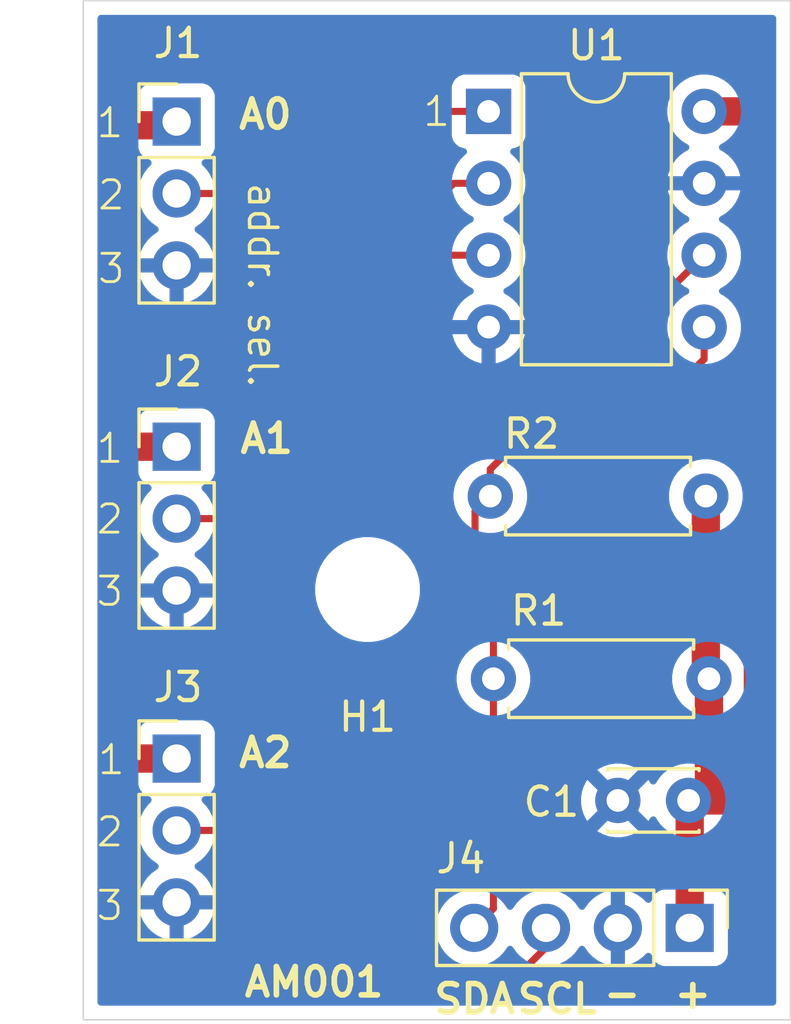
<source format=kicad_pcb>
(kicad_pcb (version 20241229) (generator "pcbnew") (generator_version "9.0")
  (title_block (title "Add-on for I2C EEPROM") (date "2025-03-15") (rev "1.1") (company "AM"))
  (layers (0 "F.Cu" signal) (2 "B.Cu" signal) (13 "F.Paste" user) (15 "B.Paste" user) (5 "F.SilkS" user "F.Silkscreen") (7 "B.SilkS" user "B.Silkscreen") (1 "F.Mask" user) (3 "B.Mask" user) (25 "Edge.Cuts" user))
  (net 0 "")
  (net 1 "Net-(J1-Pin_2)")
  (net 2 "Net-(J3-Pin_2)")
  (net 3 "GND")
  (net 4 "Net-(J1-Pin_1)")
  (net 5 "Net-(J2-Pin_2)")
  (net 6 "Net-(J4-SDA)")
  (net 7 "Net-(J4-SCL)")
  (footprint "Resistor_THT:R_Axial_DIN0207_L6.3mm_D2.5mm_P7.62mm_Horizontal" (layer "F.Cu") (at 144.12 83.95 180)
    (property "Reference" "R1" (at 6.02 2.4 180) (layer "F.SilkS"))
    (property "Value" "2k0")
    (fp_line (start 7.08 1.37) (end 7.08 1.04) (stroke (width 0.12)) (layer "F.SilkS"))
    (fp_line (start 7.08 -1.37) (end 7.08 -1.04) (stroke (width 0.12)) (layer "F.SilkS"))
    (fp_line (start 0.54 1.37) (end 7.08 1.37) (stroke (width 0.12)) (layer "F.SilkS"))
    (fp_line (start 0.54 1.04) (end 0.54 1.37) (stroke (width 0.12)) (layer "F.SilkS"))
    (fp_line (start 0.54 -1.04) (end 0.54 -1.37) (stroke (width 0.12)) (layer "F.SilkS"))
    (fp_line (start 0.54 -1.37) (end 7.08 -1.37) (stroke (width 0.12)) (layer "F.SilkS"))
    (pad "1" thru_hole circle (at 0 0 180) (size 1.6 1.6) (drill 0.8) (layers "*.Cu" "*.Mask") (net 4 "Net-(J1-Pin_1)"))
    (pad "2" thru_hole oval (at 7.62 0 180) (size 1.6 1.6) (drill 0.8) (layers "*.Cu" "*.Mask") (net 6 "Net-(J4-SDA)"))
  )
  (footprint "Connector_PinHeader_2.54mm:PinHeader_1x03_P2.54mm_Vertical" (layer "F.Cu") (at 125.3 64.27)
    (property "Reference" "J1" (at 0.05 -2.77 0) (layer "F.SilkS"))
    (property "Value" "Conn_01x03_Pin")
    (fp_line (start -1.33 -1.33) (end 0 -1.33) (stroke (width 0.12)) (layer "F.SilkS"))
    (fp_line (start -1.33 0) (end -1.33 -1.33) (stroke (width 0.12)) (layer "F.SilkS"))
    (fp_line (start -1.33 1.27) (end -1.33 6.41) (stroke (width 0.12)) (layer "F.SilkS"))
    (fp_line (start -1.33 1.27) (end 1.33 1.27) (stroke (width 0.12)) (layer "F.SilkS"))
    (fp_line (start -1.33 6.41) (end 1.33 6.41) (stroke (width 0.12)) (layer "F.SilkS"))
    (fp_line (start 1.33 1.27) (end 1.33 6.41) (stroke (width 0.12)) (layer "F.SilkS"))
    (pad "1" thru_hole rect (at 0 0) (size 1.7 1.7) (drill 1) (layers "*.Cu" "*.Mask") (net 4 "Net-(J1-Pin_1)"))
    (pad "2" thru_hole oval (at 0 2.54) (size 1.7 1.7) (drill 1) (layers "*.Cu" "*.Mask") (net 1 "Net-(J1-Pin_2)"))
    (pad "3" thru_hole oval (at 0 5.08) (size 1.7 1.7) (drill 1) (layers "*.Cu" "*.Mask") (net 3 "GND"))
  )
  (footprint "Connector_PinHeader_2.54mm:PinHeader_1x04_P2.54mm_Vertical" (layer "F.Cu") (at 143.44 92.75 -90)
    (property "Reference" "J4" (at -2.45 8.09 0) (layer "F.SilkS"))
    (property "Value" "1x4 strip 2.54mm")
    (fp_line (start -1.33 8.95) (end 1.33 8.95) (stroke (width 0.12)) (layer "F.SilkS"))
    (fp_line (start -1.33 1.27) (end -1.33 8.95) (stroke (width 0.12)) (layer "F.SilkS"))
    (fp_line (start -1.33 1.27) (end 1.33 1.27) (stroke (width 0.12)) (layer "F.SilkS"))
    (fp_line (start 1.33 1.27) (end 1.33 8.95) (stroke (width 0.12)) (layer "F.SilkS"))
    (fp_line (start -1.33 0) (end -1.33 -1.33) (stroke (width 0.12)) (layer "F.SilkS"))
    (fp_line (start -1.33 -1.33) (end 0 -1.33) (stroke (width 0.12)) (layer "F.SilkS"))
    (pad "1" thru_hole rect (at 0 0 270) (size 1.7 1.7) (drill 1) (layers "*.Cu" "*.Mask") (net 4 "Net-(J1-Pin_1)"))
    (pad "2" thru_hole oval (at 0 2.54 270) (size 1.7 1.7) (drill 1) (layers "*.Cu" "*.Mask") (net 3 "GND"))
    (pad "3" thru_hole oval (at 0 5.08 270) (size 1.7 1.7) (drill 1) (layers "*.Cu" "*.Mask") (net 7 "Net-(J4-SCL)"))
    (pad "4" thru_hole oval (at 0 7.62 270) (size 1.7 1.7) (drill 1) (layers "*.Cu" "*.Mask") (net 6 "Net-(J4-SDA)"))
  )
  (footprint "MountingHole:MountingHole_3.2mm_M3" (layer "F.Cu") (at 132.05 80.8)
    (property "Reference" "H1" (at 0 4.5 0) (layer "F.SilkS"))
    (property "Value" "MountingHole")
    (pad "" np_thru_hole circle (at 0 0) (size 3.2 3.2) (drill 3.2) (layers "*.Cu" "*.Mask"))
  )
  (footprint "Connector_PinHeader_2.54mm:PinHeader_1x03_P2.54mm_Vertical" (layer "F.Cu") (at 125.3 75.755)
    (property "Reference" "J2" (at 0.05 -2.655 0) (layer "F.SilkS"))
    (property "Value" "Conn_01x03_Pin")
    (fp_line (start -1.33 -1.33) (end 0 -1.33) (stroke (width 0.12)) (layer "F.SilkS"))
    (fp_line (start -1.33 0) (end -1.33 -1.33) (stroke (width 0.12)) (layer "F.SilkS"))
    (fp_line (start -1.33 1.27) (end -1.33 6.41) (stroke (width 0.12)) (layer "F.SilkS"))
    (fp_line (start -1.33 1.27) (end 1.33 1.27) (stroke (width 0.12)) (layer "F.SilkS"))
    (fp_line (start -1.33 6.41) (end 1.33 6.41) (stroke (width 0.12)) (layer "F.SilkS"))
    (fp_line (start 1.33 1.27) (end 1.33 6.41) (stroke (width 0.12)) (layer "F.SilkS"))
    (pad "1" thru_hole rect (at 0 0) (size 1.7 1.7) (drill 1) (layers "*.Cu" "*.Mask") (net 4 "Net-(J1-Pin_1)"))
    (pad "2" thru_hole oval (at 0 2.54) (size 1.7 1.7) (drill 1) (layers "*.Cu" "*.Mask") (net 5 "Net-(J2-Pin_2)"))
    (pad "3" thru_hole oval (at 0 5.08) (size 1.7 1.7) (drill 1) (layers "*.Cu" "*.Mask") (net 3 "GND"))
  )
  (footprint "Package_DIP:DIP-8_W7.62mm" (layer "F.Cu") (at 136.33 63.91)
    (property "Reference" "U1" (at 3.81 -2.33 0) (layer "F.SilkS"))
    (property "Value" "24LC256")
    (fp_line (start 1.16 -1.33) (end 1.16 8.95) (stroke (width 0.12)) (layer "F.SilkS"))
    (fp_line (start 1.16 8.95) (end 6.46 8.95) (stroke (width 0.12)) (layer "F.SilkS"))
    (fp_line (start 2.81 -1.33) (end 1.16 -1.33) (stroke (width 0.12)) (layer "F.SilkS"))
    (fp_line (start 6.46 -1.33) (end 4.81 -1.33) (stroke (width 0.12)) (layer "F.SilkS"))
    (fp_line (start 6.46 8.95) (end 6.46 -1.33) (stroke (width 0.12)) (layer "F.SilkS"))
    (fp_arc (start 4.81 -1.33) (mid 3.81 -0.33) (end 2.81 -1.33) (stroke (width 0.12)) (layer "F.SilkS"))
    (pad "1" thru_hole rect (at 0 0) (size 1.6 1.6) (drill 0.8) (layers "*.Cu" "*.Mask") (net 1 "Net-(J1-Pin_2)"))
    (pad "2" thru_hole oval (at 0 2.54) (size 1.6 1.6) (drill 0.8) (layers "*.Cu" "*.Mask") (net 5 "Net-(J2-Pin_2)"))
    (pad "3" thru_hole oval (at 0 5.08) (size 1.6 1.6) (drill 0.8) (layers "*.Cu" "*.Mask") (net 2 "Net-(J3-Pin_2)"))
    (pad "4" thru_hole oval (at 0 7.62) (size 1.6 1.6) (drill 0.8) (layers "*.Cu" "*.Mask") (net 3 "GND"))
    (pad "5" thru_hole oval (at 7.62 7.62) (size 1.6 1.6) (drill 0.8) (layers "*.Cu" "*.Mask") (net 6 "Net-(J4-SDA)"))
    (pad "6" thru_hole oval (at 7.62 5.08) (size 1.6 1.6) (drill 0.8) (layers "*.Cu" "*.Mask") (net 7 "Net-(J4-SCL)"))
    (pad "7" thru_hole oval (at 7.62 2.54) (size 1.6 1.6) (drill 0.8) (layers "*.Cu" "*.Mask") (net 3 "GND"))
    (pad "8" thru_hole oval (at 7.62 0) (size 1.6 1.6) (drill 0.8) (layers "*.Cu" "*.Mask") (net 4 "Net-(J1-Pin_1)"))
  )
  (footprint "Capacitor_THT:C_Disc_D3.0mm_W2.0mm_P2.50mm" (layer "F.Cu") (at 143.4 88.25 180)
    (property "Reference" "C1" (at 4.85 -0.05 0) (layer "F.SilkS"))
    (property "Value" "100nf")
    (fp_line (start 2.87 1.055) (end 2.87 1.12) (stroke (width 0.12)) (layer "F.SilkS"))
    (fp_line (start 2.87 -1.12) (end 2.87 -1.055) (stroke (width 0.12)) (layer "F.SilkS"))
    (fp_line (start -0.37 1.12) (end 2.87 1.12) (stroke (width 0.12)) (layer "F.SilkS"))
    (fp_line (start -0.37 1.055) (end -0.37 1.12) (stroke (width 0.12)) (layer "F.SilkS"))
    (fp_line (start -0.37 -1.12) (end 2.87 -1.12) (stroke (width 0.12)) (layer "F.SilkS"))
    (fp_line (start -0.37 -1.12) (end -0.37 -1.055) (stroke (width 0.12)) (layer "F.SilkS"))
    (pad "1" thru_hole circle (at 0 0 180) (size 1.6 1.6) (drill 0.8) (layers "*.Cu" "*.Mask") (net 4 "Net-(J1-Pin_1)"))
    (pad "2" thru_hole circle (at 2.5 0 180) (size 1.6 1.6) (drill 0.8) (layers "*.Cu" "*.Mask") (net 3 "GND"))
  )
  (footprint "Resistor_THT:R_Axial_DIN0207_L6.3mm_D2.5mm_P7.62mm_Horizontal" (layer "F.Cu") (at 144.01 77.5 180)
    (property "Reference" "R2" (at 6.16 2.2 180) (layer "F.SilkS"))
    (property "Value" "2k0")
    (fp_line (start 7.08 1.37) (end 7.08 1.04) (stroke (width 0.12)) (layer "F.SilkS"))
    (fp_line (start 7.08 -1.37) (end 7.08 -1.04) (stroke (width 0.12)) (layer "F.SilkS"))
    (fp_line (start 0.54 1.37) (end 7.08 1.37) (stroke (width 0.12)) (layer "F.SilkS"))
    (fp_line (start 0.54 1.04) (end 0.54 1.37) (stroke (width 0.12)) (layer "F.SilkS"))
    (fp_line (start 0.54 -1.04) (end 0.54 -1.37) (stroke (width 0.12)) (layer "F.SilkS"))
    (fp_line (start 0.54 -1.37) (end 7.08 -1.37) (stroke (width 0.12)) (layer "F.SilkS"))
    (pad "1" thru_hole circle (at 0 0 180) (size 1.6 1.6) (drill 0.8) (layers "*.Cu" "*.Mask") (net 4 "Net-(J1-Pin_1)"))
    (pad "2" thru_hole oval (at 7.62 0 180) (size 1.6 1.6) (drill 0.8) (layers "*.Cu" "*.Mask") (net 7 "Net-(J4-SCL)"))
  )
  (footprint "Connector_PinHeader_2.54mm:PinHeader_1x03_P2.54mm_Vertical" (layer "F.Cu") (at 125.3 86.77)
    (property "Reference" "J3" (at 0.05 -2.52 0) (layer "F.SilkS"))
    (property "Value" "Conn_01x03_Pin")
    (fp_line (start -1.33 -1.33) (end 0 -1.33) (stroke (width 0.12)) (layer "F.SilkS"))
    (fp_line (start -1.33 0) (end -1.33 -1.33) (stroke (width 0.12)) (layer "F.SilkS"))
    (fp_line (start -1.33 1.27) (end -1.33 6.41) (stroke (width 0.12)) (layer "F.SilkS"))
    (fp_line (start -1.33 1.27) (end 1.33 1.27) (stroke (width 0.12)) (layer "F.SilkS"))
    (fp_line (start -1.33 6.41) (end 1.33 6.41) (stroke (width 0.12)) (layer "F.SilkS"))
    (fp_line (start 1.33 1.27) (end 1.33 6.41) (stroke (width 0.12)) (layer "F.SilkS"))
    (pad "1" thru_hole rect (at 0 0) (size 1.7 1.7) (drill 1) (layers "*.Cu" "*.Mask") (net 4 "Net-(J1-Pin_1)"))
    (pad "2" thru_hole oval (at 0 2.54) (size 1.7 1.7) (drill 1) (layers "*.Cu" "*.Mask") (net 2 "Net-(J3-Pin_2)"))
    (pad "3" thru_hole oval (at 0 5.08) (size 1.7 1.7) (drill 1) (layers "*.Cu" "*.Mask") (net 3 "GND"))
  )
  (gr_rect (start 122 60) (end 147 96) (stroke (width 0.05)) (fill no) (layer "Edge.Cuts"))
  (gr_text "-" (at 140.3 95.65 0) (layer "F.SilkS") (effects (font (size 1 1) (thickness 0.2) (bold yes)) (justify left bottom)))
  (gr_text "3" (at 122.4 92.55 0) (layer "F.SilkS") (effects (font (size 1 1) (thickness 0.1)) (justify left bottom)))
  (gr_text "A2" (at 127.4 87.15 0) (layer "F.SilkS") (effects (font (size 1 1) (thickness 0.2) (bold yes)) (justify left bottom)))
  (gr_text "+" (at 142.8 95.65 0) (layer "F.SilkS") (effects (font (size 1 1) (thickness 0.2) (bold yes)) (justify left bottom)))
  (gr_text "SDA" (at 134.3 95.85 0) (layer "F.SilkS") (effects (font (size 1 1) (thickness 0.2) (bold yes)) (justify left bottom)))
  (gr_text "AM001" (at 127.6 95.25 0) (layer "F.SilkS") (effects (font (size 1 1) (thickness 0.2) (bold yes)) (justify left bottom)))
  (gr_text "3" (at 122.4 81.45 0) (layer "F.SilkS") (effects (font (size 1 1) (thickness 0.1)) (justify left bottom)))
  (gr_text "1" (at 122.4 76.4 0) (layer "F.SilkS") (effects (font (size 1 1) (thickness 0.1)) (justify left bottom)))
  (gr_text "2" (at 122.45 67.45 0) (layer "F.SilkS") (effects (font (size 1 1) (thickness 0.1)) (justify left bottom)))
  (gr_text "3" (at 122.45 70.05 0) (layer "F.SilkS") (effects (font (size 1 1) (thickness 0.1)) (justify left bottom)))
  (gr_text "1" (at 122.4 64.9 0) (layer "F.SilkS") (effects (font (size 1 1) (thickness 0.1)) (justify left bottom)))
  (gr_text "2" (at 122.4 89.95 0) (layer "F.SilkS") (effects (font (size 1 1) (thickness 0.1)) (justify left bottom)))
  (gr_text "A0" (at 127.4 64.6 0) (layer "F.SilkS") (effects (font (size 1 1) (thickness 0.2) (bold yes)) (justify left bottom)))
  (gr_text "2" (at 122.4 78.9 0) (layer "F.SilkS") (effects (font (size 1 1) (thickness 0.1)) (justify left bottom)))
  (gr_text "A1" (at 127.45 76.05 0) (layer "F.SilkS") (effects (font (size 1 1) (thickness 0.2) (bold yes)) (justify left bottom)))
  (gr_text "addr. sel." (at 127.75 66.35 270) (layer "F.SilkS") (effects (font (size 1 1) (thickness 0.125)) (justify left bottom)))
  (gr_text "1" (at 122.45 87.4 0) (layer "F.SilkS") (effects (font (size 1 1) (thickness 0.1)) (justify left bottom)))
  (gr_text "SCL" (at 137.25 95.85 0) (layer "F.SilkS") (effects (font (size 1 1) (thickness 0.2) (bold yes)) (justify left bottom)))
  (gr_text "1" (at 133.95 64.5 0) (layer "F.SilkS") (effects (font (size 1 1) (thickness 0.1)) (justify left bottom)))
  (segment (start 125.3 66.81) (end 129.54 66.81) (width 0.25) (layer "F.Cu") (net 1))
  (segment (start 132.44 63.91) (end 136.33 63.91) (width 0.25) (layer "F.Cu") (net 1))
  (segment (start 129.54 66.81) (end 132.44 63.91) (width 0.25) (layer "F.Cu") (net 1))
  (segment (start 136.33 68.99) (end 134.61 68.99) (width 0.25) (layer "F.Cu") (net 2))
  (segment (start 128.3 75.3) (end 128.3 88.95) (width 0.25) (layer "F.Cu") (net 2))
  (segment (start 127.94 89.31) (end 125.3 89.31) (width 0.25) (layer "F.Cu") (net 2))
  (segment (start 134.61 68.99) (end 128.3 75.3) (width 0.25) (layer "F.Cu") (net 2))
  (segment (start 128.3 88.95) (end 127.94 89.31) (width 0.25) (layer "F.Cu") (net 2))
  (segment (start 145.85 87.6) (end 145.85 64.3) (width 1) (layer "F.Cu") (net 4))
  (segment (start 144.12 83.95) (end 144.12 87.61) (width 1) (layer "F.Cu") (net 4))
  (segment (start 144.01 77.5) (end 144.01 83.84) (width 1) (layer "F.Cu") (net 4))
  (segment (start 123.55 64.4) (end 125.17 64.4) (width 1) (layer "F.Cu") (net 4))
  (segment (start 145.85 64.3) (end 145.46 63.91) (width 1) (layer "F.Cu") (net 4))
  (segment (start 145.85 62.8) (end 145.85 64.3) (width 1) (layer "F.Cu") (net 4))
  (segment (start 144.01 83.84) (end 144.12 83.95) (width 0.25) (layer "F.Cu") (net 4))
  (segment (start 144.45 61.4) (end 145.85 62.8) (width 1) (layer "F.Cu") (net 4))
  (segment (start 145.46 63.91) (end 143.95 63.91) (width 1) (layer "F.Cu") (net 4))
  (segment (start 123.05 64.9) (end 123.55 64.4) (width 1) (layer "F.Cu") (net 4))
  (segment (start 123.68 86.77) (end 125.3 86.77) (width 1) (layer "F.Cu") (net 4))
  (segment (start 123.05 86.14) (end 123.68 86.77) (width 1) (layer "F.Cu") (net 4))
  (segment (start 124.4 61.4) (end 144.45 61.4) (width 1) (layer "F.Cu") (net 4))
  (segment (start 143.48 88.25) (end 145.2 88.25) (width 1) (layer "F.Cu") (net 4))
  (segment (start 123.05 64.9) (end 123.05 62.75) (width 1) (layer "F.Cu") (net 4))
  (segment (start 123.05 76.25) (end 123.05 64.9) (width 1) (layer "F.Cu") (net 4))
  (segment (start 144.12 87.61) (end 143.48 88.25) (width 0.25) (layer "F.Cu") (net 4))
  (segment (start 143.44 92.75) (end 143.44 88.29) (width 1) (layer "F.Cu") (net 4))
  (segment (start 143.44 88.29) (end 143.4 88.25) (width 0.25) (layer "F.Cu") (net 4))
  (segment (start 123.545 75.755) (end 125.3 75.755) (width 1) (layer "F.Cu") (net 4))
  (segment (start 143.44 88.29) (end 143.48 88.25) (width 0.25) (layer "F.Cu") (net 4))
  (segment (start 123.05 76.25) (end 123.05 86.14) (width 1) (layer "F.Cu") (net 4))
  (segment (start 125.17 64.4) (end 125.3 64.27) (width 1) (layer "F.Cu") (net 4))
  (segment (start 145.2 88.25) (end 145.85 87.6) (width 1) (layer "F.Cu") (net 4))
  (segment (start 123.05 62.75) (end 124.4 61.4) (width 1) (layer "F.Cu") (net 4))
  (segment (start 123.05 76.25) (end 123.545 75.755) (width 1) (layer "F.Cu") (net 4))
  (segment (start 127.155 78.295) (end 127.6 77.85) (width 0.25) (layer "F.Cu") (net 5))
  (segment (start 135.1 66.45) (end 136.33 66.45) (width 0.25) (layer "F.Cu") (net 5))
  (segment (start 127.6 77.85) (end 127.6 73.95) (width 0.25) (layer "F.Cu") (net 5))
  (segment (start 125.3 78.295) (end 127.155 78.295) (width 0.25) (layer "F.Cu") (net 5))
  (segment (start 127.6 73.95) (end 135.1 66.45) (width 0.25) (layer "F.Cu") (net 5))
  (segment (start 143.95 72.66137) (end 136.5 80.11137) (width 0.25) (layer "F.Cu") (net 6))
  (segment (start 136.5 92.07) (end 135.82 92.75) (width 0.25) (layer "F.Cu") (net 6))
  (segment (start 136.5 83.95) (end 136.5 92.07) (width 0.25) (layer "F.Cu") (net 6))
  (segment (start 136.5 80.11137) (end 136.5 83.95) (width 0.25) (layer "F.Cu") (net 6))
  (segment (start 143.95 71.53) (end 143.95 72.66137) (width 0.25) (layer "F.Cu") (net 6))
  (segment (start 138.36 93.44) (end 138.36 92.75) (width 0.25) (layer "F.Cu") (net 7))
  (segment (start 134.7 83.65) (end 134.7 89.2) (width 0.25) (layer "F.Cu") (net 7))
  (segment (start 136.39 77.5) (end 135.85 78.04) (width 0.25) (layer "F.Cu") (net 7))
  (segment (start 143.95 68.99) (end 136.39 76.55) (width 0.25) (layer "F.Cu") (net 7))
  (segment (start 135.85 82.5) (end 134.7 83.65) (width 0.25) (layer "F.Cu") (net 7))
  (segment (start 136.39 76.55) (end 136.39 77.5) (width 0.25) (layer "F.Cu") (net 7))
  (segment (start 134.7 89.2) (end 133.25 90.65) (width 0.25) (layer "F.Cu") (net 7))
  (segment (start 137.6 94.2) (end 138.36 93.44) (width 0.25) (layer "F.Cu") (net 7))
  (segment (start 133.25 93.35) (end 134.1 94.2) (width 0.25) (layer "F.Cu") (net 7))
  (segment (start 135.85 78.04) (end 135.85 82.5) (width 0.25) (layer "F.Cu") (net 7))
  (segment (start 133.25 90.65) (end 133.25 93.35) (width 0.25) (layer "F.Cu") (net 7))
  (segment (start 134.1 94.2) (end 137.6 94.2) (width 0.25) (layer "F.Cu") (net 7))
  (zone (net 3) (net_name "GND") (layer "B.Cu") (connect_pads (clearance 0.5)) (min_thickness 0.25) (fill yes (thermal_gap 0.5) (thermal_bridge_width 0.5))
    (polygon (pts (xy 122 60) (xy 147 60) (xy 147 95.95) (xy 146.95 96) (xy 122.05 96) (xy 122 95.95)))
  )
)
</source>
